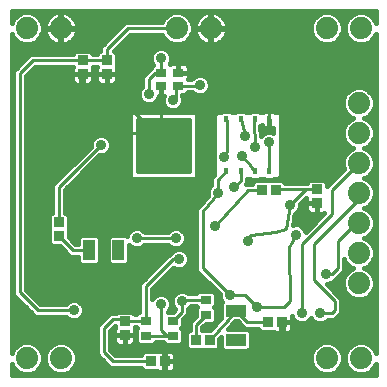
<source format=gbl>
G75*
%MOIN*%
%OFA0B0*%
%FSLAX25Y25*%
%IPPOS*%
%LPD*%
%AMOC8*
5,1,8,0,0,1.08239X$1,22.5*
%
%ADD10R,0.03543X0.03346*%
%ADD11R,0.03346X0.03543*%
%ADD12C,0.07400*%
%ADD13R,0.03543X0.02756*%
%ADD14R,0.06693X0.03937*%
%ADD15R,0.03937X0.06693*%
%ADD16R,0.01575X0.02362*%
%ADD17R,0.03543X0.03150*%
%ADD18C,0.03600*%
%ADD19C,0.01000*%
%ADD20C,0.01600*%
D10*
X0140800Y0096517D03*
X0140800Y0101083D03*
X0118800Y0129517D03*
X0118800Y0134083D03*
X0126800Y0183517D03*
X0126800Y0188083D03*
X0134800Y0188083D03*
X0134800Y0183517D03*
X0204800Y0145083D03*
X0204800Y0140517D03*
D11*
X0191083Y0144800D03*
X0186517Y0144800D03*
X0188517Y0100800D03*
X0193083Y0100800D03*
X0169083Y0094800D03*
X0164517Y0094800D03*
X0154083Y0087800D03*
X0149517Y0087800D03*
D12*
X0119500Y0088800D03*
X0108100Y0088800D03*
X0208100Y0088800D03*
X0219500Y0088800D03*
X0218800Y0113800D03*
X0218800Y0123800D03*
X0218800Y0133800D03*
X0218800Y0143800D03*
X0218800Y0153800D03*
X0218800Y0163800D03*
X0218800Y0173800D03*
X0219500Y0198800D03*
X0208100Y0198800D03*
X0169500Y0198800D03*
X0158100Y0198800D03*
X0119500Y0198800D03*
X0108100Y0198800D03*
D13*
X0167800Y0108359D03*
X0167800Y0103241D03*
X0156800Y0101359D03*
X0156800Y0096241D03*
X0147800Y0096241D03*
X0147800Y0101359D03*
D14*
X0177800Y0104721D03*
X0177800Y0094879D03*
D15*
X0138721Y0124800D03*
X0128879Y0124800D03*
D16*
X0174713Y0151139D03*
X0179438Y0151139D03*
X0184162Y0151139D03*
X0188887Y0151139D03*
X0188887Y0168461D03*
X0184162Y0168461D03*
X0179438Y0168461D03*
X0174713Y0168461D03*
D17*
X0158556Y0179635D03*
X0158556Y0183965D03*
X0153044Y0183965D03*
X0153044Y0179635D03*
D18*
X0148800Y0176800D03*
X0141800Y0181800D03*
X0152800Y0188800D03*
X0158050Y0191550D03*
X0165800Y0179800D03*
X0156800Y0174800D03*
X0150800Y0163800D03*
X0132800Y0159800D03*
X0125800Y0176800D03*
X0109800Y0176800D03*
X0174050Y0156050D03*
X0179800Y0156300D03*
X0184300Y0159300D03*
X0188800Y0160800D03*
X0180800Y0162800D03*
X0185800Y0179800D03*
X0177300Y0145800D03*
X0171800Y0143800D03*
X0170800Y0132800D03*
X0181800Y0127800D03*
X0197800Y0130050D03*
X0198800Y0134800D03*
X0195800Y0139800D03*
X0207800Y0116800D03*
X0205800Y0103800D03*
X0199800Y0103800D03*
X0187550Y0095800D03*
X0184800Y0105800D03*
X0175800Y0109800D03*
X0159800Y0107800D03*
X0152800Y0106800D03*
X0158800Y0121800D03*
X0157800Y0128800D03*
X0144800Y0128800D03*
X0123800Y0104800D03*
D19*
X0111800Y0104800D01*
X0105800Y0110800D01*
X0105800Y0183800D01*
X0110083Y0188083D01*
X0126800Y0188083D01*
X0134800Y0188083D01*
X0134800Y0191800D01*
X0141800Y0198800D01*
X0158100Y0198800D01*
X0158050Y0191550D02*
X0158056Y0187544D01*
X0158556Y0183965D01*
X0158556Y0179635D02*
X0157800Y0178879D01*
X0157800Y0175800D01*
X0156800Y0174800D01*
X0158556Y0179635D02*
X0163635Y0179635D01*
X0165800Y0179800D01*
X0153044Y0179635D02*
X0153044Y0166044D01*
X0150800Y0163800D01*
X0141800Y0172800D01*
X0141800Y0181800D01*
X0148800Y0181800D02*
X0148800Y0176800D01*
X0148800Y0181800D02*
X0150800Y0183800D01*
X0152879Y0183800D01*
X0153044Y0183965D01*
X0152800Y0184209D01*
X0152800Y0188800D01*
X0129800Y0176800D02*
X0125800Y0176800D01*
X0125800Y0182517D01*
X0126800Y0183517D01*
X0122800Y0179800D02*
X0125800Y0176800D01*
X0129800Y0176800D02*
X0142800Y0163800D01*
X0150800Y0163800D01*
X0148800Y0163800D01*
X0132800Y0159800D02*
X0118800Y0145800D01*
X0118800Y0134083D01*
X0118800Y0129517D02*
X0123517Y0124800D01*
X0128879Y0124800D01*
X0144800Y0128800D02*
X0157800Y0128800D01*
X0156800Y0121800D02*
X0147800Y0112800D01*
X0147800Y0101359D01*
X0142076Y0101359D01*
X0140800Y0101083D01*
X0141083Y0101800D01*
X0136800Y0101800D01*
X0133800Y0098800D01*
X0133800Y0090800D01*
X0136800Y0087800D01*
X0149517Y0087800D01*
X0147800Y0096241D02*
X0154800Y0096241D01*
X0152800Y0098241D01*
X0152800Y0106800D01*
X0156800Y0101359D02*
X0159800Y0104359D01*
X0159800Y0107800D01*
X0160359Y0108359D01*
X0167800Y0108359D01*
X0167800Y0103241D02*
X0164517Y0099957D01*
X0164517Y0094800D01*
X0169083Y0094800D02*
X0177800Y0104721D01*
X0181721Y0100800D01*
X0188517Y0100800D01*
X0193083Y0100800D02*
X0193800Y0100083D01*
X0193800Y0097800D01*
X0191800Y0095800D01*
X0187550Y0095800D01*
X0184800Y0105800D02*
X0193800Y0105800D01*
X0195800Y0107800D01*
X0195550Y0125800D01*
X0197800Y0130050D01*
X0194550Y0131800D02*
X0195800Y0139800D01*
X0201083Y0145083D01*
X0191367Y0145083D01*
X0191083Y0144800D01*
X0186517Y0144800D02*
X0181800Y0144800D01*
X0170800Y0132800D01*
X0166800Y0137800D02*
X0171800Y0143800D01*
X0171800Y0148225D01*
X0174713Y0151139D01*
X0179438Y0151139D02*
X0179438Y0147938D01*
X0177300Y0145800D01*
X0182800Y0152501D02*
X0184162Y0151139D01*
X0182800Y0152501D02*
X0182800Y0152800D01*
X0179800Y0156300D01*
X0174800Y0157800D02*
X0174050Y0156050D01*
X0174800Y0157800D02*
X0174800Y0168375D01*
X0174713Y0168461D01*
X0179438Y0168461D02*
X0180688Y0164688D01*
X0180800Y0162800D01*
X0184300Y0159300D02*
X0183800Y0168099D01*
X0184162Y0168461D01*
X0188800Y0168548D02*
X0188887Y0168461D01*
X0188887Y0176713D01*
X0185800Y0179800D01*
X0188800Y0160800D02*
X0188800Y0151225D01*
X0188887Y0151139D01*
X0201083Y0145083D02*
X0204800Y0145083D01*
X0204800Y0140517D02*
X0204800Y0137800D01*
X0201800Y0134800D01*
X0198800Y0134800D01*
X0194550Y0131800D02*
X0190800Y0130800D01*
X0182800Y0129800D01*
X0181800Y0128800D01*
X0181800Y0127800D01*
X0166800Y0118800D02*
X0166800Y0137800D01*
X0158800Y0121800D02*
X0156800Y0121800D01*
X0166800Y0118800D02*
X0175800Y0109800D01*
X0180800Y0109800D01*
X0184800Y0105800D01*
X0199800Y0103800D02*
X0199800Y0126800D01*
X0209800Y0136800D01*
X0209800Y0144800D01*
X0218800Y0153800D01*
X0218800Y0143800D02*
X0218800Y0141800D01*
X0203800Y0126800D01*
X0203800Y0114800D01*
X0210800Y0107800D01*
X0210800Y0104800D01*
X0209800Y0103800D01*
X0205800Y0103800D01*
X0207800Y0116800D02*
X0209800Y0116800D01*
X0211800Y0118800D01*
X0211800Y0127800D01*
X0217800Y0133800D01*
X0218800Y0133800D01*
X0156800Y0096241D02*
X0154800Y0096241D01*
X0147800Y0101359D02*
X0147359Y0101800D01*
X0122800Y0179800D02*
X0111800Y0179800D01*
X0109800Y0176800D01*
D20*
X0103100Y0087022D02*
X0103100Y0083100D01*
X0224500Y0083100D01*
X0224500Y0087022D01*
X0223993Y0085798D01*
X0222502Y0084307D01*
X0220554Y0083500D01*
X0218446Y0083500D01*
X0216498Y0084307D01*
X0215007Y0085798D01*
X0214200Y0087746D01*
X0214200Y0089854D01*
X0215007Y0091802D01*
X0216498Y0093293D01*
X0218446Y0094100D01*
X0220554Y0094100D01*
X0222502Y0093293D01*
X0223993Y0091802D01*
X0224500Y0090578D01*
X0224500Y0197022D01*
X0223993Y0195798D01*
X0222502Y0194307D01*
X0220554Y0193500D01*
X0218446Y0193500D01*
X0216498Y0194307D01*
X0215007Y0195798D01*
X0214200Y0197746D01*
X0214200Y0199854D01*
X0215007Y0201802D01*
X0216498Y0203293D01*
X0218446Y0204100D01*
X0220554Y0204100D01*
X0222502Y0203293D01*
X0223993Y0201802D01*
X0224500Y0200578D01*
X0224500Y0204500D01*
X0103100Y0204500D01*
X0103100Y0200578D01*
X0103607Y0201802D01*
X0105098Y0203293D01*
X0107046Y0204100D01*
X0109154Y0204100D01*
X0111102Y0203293D01*
X0112593Y0201802D01*
X0113400Y0199854D01*
X0113400Y0197746D01*
X0112593Y0195798D01*
X0111102Y0194307D01*
X0109154Y0193500D01*
X0107046Y0193500D01*
X0105098Y0194307D01*
X0103607Y0195798D01*
X0103100Y0197022D01*
X0103100Y0090578D01*
X0103607Y0091802D01*
X0105098Y0093293D01*
X0107046Y0094100D01*
X0109154Y0094100D01*
X0111102Y0093293D01*
X0112593Y0091802D01*
X0113400Y0089854D01*
X0113400Y0087746D01*
X0112593Y0085798D01*
X0111102Y0084307D01*
X0109154Y0083500D01*
X0107046Y0083500D01*
X0105098Y0084307D01*
X0103607Y0085798D01*
X0103100Y0087022D01*
X0103100Y0086596D02*
X0103276Y0086596D01*
X0103100Y0084997D02*
X0104408Y0084997D01*
X0103100Y0083399D02*
X0224500Y0083399D01*
X0224500Y0084997D02*
X0223192Y0084997D01*
X0224324Y0086596D02*
X0224500Y0086596D01*
X0224500Y0091391D02*
X0224163Y0091391D01*
X0224500Y0092990D02*
X0222806Y0092990D01*
X0224500Y0094588D02*
X0182746Y0094588D01*
X0182746Y0092990D02*
X0204794Y0092990D01*
X0205098Y0093293D02*
X0203607Y0091802D01*
X0202800Y0089854D01*
X0202800Y0087746D01*
X0203607Y0085798D01*
X0205098Y0084307D01*
X0207046Y0083500D01*
X0209154Y0083500D01*
X0211102Y0084307D01*
X0212593Y0085798D01*
X0213400Y0087746D01*
X0213400Y0089854D01*
X0212593Y0091802D01*
X0211102Y0093293D01*
X0209154Y0094100D01*
X0207046Y0094100D01*
X0205098Y0093293D01*
X0203437Y0091391D02*
X0181890Y0091391D01*
X0181809Y0091310D02*
X0182746Y0092247D01*
X0182746Y0097510D01*
X0181809Y0098447D01*
X0175083Y0098447D01*
X0177460Y0101153D01*
X0178399Y0101153D01*
X0179621Y0099930D01*
X0180851Y0098700D01*
X0185243Y0098700D01*
X0185243Y0098366D01*
X0186181Y0097428D01*
X0190582Y0097428D01*
X0190715Y0097351D01*
X0191173Y0097228D01*
X0193047Y0097228D01*
X0193047Y0100763D01*
X0193120Y0100763D01*
X0193120Y0097228D01*
X0194994Y0097228D01*
X0195451Y0097351D01*
X0195862Y0097588D01*
X0196197Y0097923D01*
X0196434Y0098334D01*
X0196557Y0098791D01*
X0196557Y0100763D01*
X0193120Y0100763D01*
X0193120Y0100837D01*
X0196557Y0100837D01*
X0196557Y0102745D01*
X0196918Y0101874D01*
X0197874Y0100918D01*
X0199124Y0100400D01*
X0200476Y0100400D01*
X0201726Y0100918D01*
X0202682Y0101874D01*
X0202800Y0102158D01*
X0202918Y0101874D01*
X0203874Y0100918D01*
X0205124Y0100400D01*
X0206476Y0100400D01*
X0207726Y0100918D01*
X0208508Y0101700D01*
X0210670Y0101700D01*
X0211670Y0102700D01*
X0212900Y0103930D01*
X0212900Y0108670D01*
X0208170Y0113400D01*
X0208476Y0113400D01*
X0209726Y0113918D01*
X0210508Y0114700D01*
X0210670Y0114700D01*
X0212670Y0116700D01*
X0213900Y0117930D01*
X0213900Y0121780D01*
X0214307Y0120798D01*
X0215798Y0119307D01*
X0217022Y0118800D01*
X0215798Y0118293D01*
X0214307Y0116802D01*
X0213500Y0114854D01*
X0213500Y0112746D01*
X0214307Y0110798D01*
X0215798Y0109307D01*
X0217746Y0108500D01*
X0219854Y0108500D01*
X0221802Y0109307D01*
X0223293Y0110798D01*
X0224100Y0112746D01*
X0224100Y0114854D01*
X0223293Y0116802D01*
X0221802Y0118293D01*
X0220578Y0118800D01*
X0221802Y0119307D01*
X0223293Y0120798D01*
X0224100Y0122746D01*
X0224100Y0124854D01*
X0223293Y0126802D01*
X0221802Y0128293D01*
X0220578Y0128800D01*
X0221802Y0129307D01*
X0223293Y0130798D01*
X0224100Y0132746D01*
X0224100Y0134854D01*
X0223293Y0136802D01*
X0221802Y0138293D01*
X0220578Y0138800D01*
X0221802Y0139307D01*
X0223293Y0140798D01*
X0224100Y0142746D01*
X0224100Y0144854D01*
X0223293Y0146802D01*
X0221802Y0148293D01*
X0220578Y0148800D01*
X0221802Y0149307D01*
X0223293Y0150798D01*
X0224100Y0152746D01*
X0224100Y0154854D01*
X0223293Y0156802D01*
X0221802Y0158293D01*
X0220578Y0158800D01*
X0221802Y0159307D01*
X0223293Y0160798D01*
X0224100Y0162746D01*
X0224100Y0164854D01*
X0223293Y0166802D01*
X0221802Y0168293D01*
X0220578Y0168800D01*
X0221802Y0169307D01*
X0223293Y0170798D01*
X0224100Y0172746D01*
X0224100Y0174854D01*
X0223293Y0176802D01*
X0221802Y0178293D01*
X0219854Y0179100D01*
X0217746Y0179100D01*
X0215798Y0178293D01*
X0214307Y0176802D01*
X0213500Y0174854D01*
X0213500Y0172746D01*
X0214307Y0170798D01*
X0215798Y0169307D01*
X0217022Y0168800D01*
X0215798Y0168293D01*
X0214307Y0166802D01*
X0213500Y0164854D01*
X0213500Y0162746D01*
X0214307Y0160798D01*
X0215798Y0159307D01*
X0217022Y0158800D01*
X0215798Y0158293D01*
X0214307Y0156802D01*
X0213500Y0154854D01*
X0213500Y0152746D01*
X0213874Y0151844D01*
X0208172Y0146141D01*
X0208172Y0147419D01*
X0207234Y0148357D01*
X0202366Y0148357D01*
X0201428Y0147419D01*
X0201428Y0147183D01*
X0194357Y0147183D01*
X0194357Y0147234D01*
X0193419Y0148172D01*
X0184181Y0148172D01*
X0183243Y0147234D01*
X0183243Y0146900D01*
X0182617Y0146900D01*
X0182578Y0146936D01*
X0181754Y0146900D01*
X0181370Y0146900D01*
X0181538Y0147068D01*
X0181538Y0148638D01*
X0182432Y0148638D01*
X0182712Y0148357D01*
X0185612Y0148357D01*
X0185893Y0148638D01*
X0187156Y0148638D01*
X0187436Y0148357D01*
X0190337Y0148357D01*
X0190617Y0148638D01*
X0192189Y0148638D01*
X0192962Y0149411D01*
X0192962Y0170189D01*
X0192189Y0170962D01*
X0190900Y0170962D01*
X0190779Y0171083D01*
X0190369Y0171320D01*
X0189911Y0171443D01*
X0188887Y0171443D01*
X0188887Y0170962D01*
X0188887Y0170962D01*
X0188887Y0171443D01*
X0187862Y0171443D01*
X0187404Y0171320D01*
X0186994Y0171083D01*
X0186873Y0170962D01*
X0185893Y0170962D01*
X0185612Y0171243D01*
X0182712Y0171243D01*
X0182432Y0170962D01*
X0181168Y0170962D01*
X0180888Y0171243D01*
X0177988Y0171243D01*
X0177707Y0170962D01*
X0176444Y0170962D01*
X0176164Y0171243D01*
X0173263Y0171243D01*
X0172983Y0170962D01*
X0171411Y0170962D01*
X0170638Y0170189D01*
X0170638Y0150033D01*
X0169700Y0149095D01*
X0169700Y0146508D01*
X0168918Y0145726D01*
X0168400Y0144476D01*
X0168400Y0143124D01*
X0168434Y0143041D01*
X0165248Y0139218D01*
X0164700Y0138670D01*
X0164700Y0138560D01*
X0164630Y0138476D01*
X0164700Y0137705D01*
X0164700Y0117930D01*
X0165930Y0116700D01*
X0172400Y0110230D01*
X0172400Y0109124D01*
X0172918Y0107874D01*
X0173146Y0107645D01*
X0172854Y0107352D01*
X0172854Y0102273D01*
X0169250Y0098172D01*
X0166617Y0098172D01*
X0166617Y0099088D01*
X0167792Y0100263D01*
X0170234Y0100263D01*
X0171172Y0101200D01*
X0171172Y0105282D01*
X0170653Y0105800D01*
X0171172Y0106318D01*
X0171172Y0110400D01*
X0170234Y0111337D01*
X0165366Y0111337D01*
X0164488Y0110459D01*
X0161949Y0110459D01*
X0161726Y0110682D01*
X0160476Y0111200D01*
X0159124Y0111200D01*
X0157874Y0110682D01*
X0156918Y0109726D01*
X0156400Y0108476D01*
X0156400Y0107124D01*
X0156918Y0105874D01*
X0157631Y0105160D01*
X0156808Y0104337D01*
X0155145Y0104337D01*
X0155682Y0104874D01*
X0156200Y0106124D01*
X0156200Y0107476D01*
X0155682Y0108726D01*
X0154726Y0109682D01*
X0153476Y0110200D01*
X0152124Y0110200D01*
X0150874Y0109682D01*
X0149918Y0108726D01*
X0149900Y0108683D01*
X0149900Y0111930D01*
X0156884Y0118914D01*
X0158124Y0118400D01*
X0159476Y0118400D01*
X0160726Y0118918D01*
X0161682Y0119874D01*
X0162200Y0121124D01*
X0162200Y0122476D01*
X0161682Y0123726D01*
X0160726Y0124682D01*
X0159476Y0125200D01*
X0158124Y0125200D01*
X0156874Y0124682D01*
X0156092Y0123900D01*
X0155930Y0123900D01*
X0146930Y0114900D01*
X0145700Y0113670D01*
X0145700Y0104337D01*
X0145366Y0104337D01*
X0144488Y0103459D01*
X0144132Y0103459D01*
X0143234Y0104357D01*
X0138366Y0104357D01*
X0137909Y0103900D01*
X0135930Y0103900D01*
X0132930Y0100900D01*
X0131700Y0099670D01*
X0131700Y0089930D01*
X0134700Y0086930D01*
X0135930Y0085700D01*
X0146243Y0085700D01*
X0146243Y0085366D01*
X0147181Y0084428D01*
X0151582Y0084428D01*
X0151715Y0084351D01*
X0152173Y0084228D01*
X0154047Y0084228D01*
X0154047Y0087763D01*
X0154120Y0087763D01*
X0154120Y0084228D01*
X0155994Y0084228D01*
X0156451Y0084351D01*
X0156862Y0084588D01*
X0157197Y0084923D01*
X0157434Y0085334D01*
X0157557Y0085791D01*
X0157557Y0087763D01*
X0154120Y0087763D01*
X0154120Y0087837D01*
X0154047Y0087837D01*
X0154047Y0091372D01*
X0152173Y0091372D01*
X0151715Y0091249D01*
X0151582Y0091172D01*
X0147181Y0091172D01*
X0146243Y0090234D01*
X0146243Y0089900D01*
X0137670Y0089900D01*
X0135900Y0091670D01*
X0135900Y0097930D01*
X0137428Y0099459D01*
X0137428Y0099018D01*
X0137351Y0098885D01*
X0137228Y0098427D01*
X0137228Y0096553D01*
X0140763Y0096553D01*
X0140763Y0096480D01*
X0137228Y0096480D01*
X0137228Y0094606D01*
X0137351Y0094149D01*
X0137588Y0093738D01*
X0137923Y0093403D01*
X0138334Y0093166D01*
X0138791Y0093043D01*
X0140763Y0093043D01*
X0140763Y0096480D01*
X0140837Y0096480D01*
X0140837Y0096553D01*
X0144372Y0096553D01*
X0144372Y0098427D01*
X0144249Y0098885D01*
X0144172Y0099018D01*
X0144172Y0099259D01*
X0144488Y0099259D01*
X0144947Y0098800D01*
X0144428Y0098282D01*
X0144428Y0094200D01*
X0145366Y0093263D01*
X0150234Y0093263D01*
X0151112Y0094141D01*
X0153488Y0094141D01*
X0154366Y0093263D01*
X0159234Y0093263D01*
X0160172Y0094200D01*
X0160172Y0098282D01*
X0159653Y0098800D01*
X0160172Y0099318D01*
X0160172Y0101761D01*
X0161900Y0103489D01*
X0161900Y0105092D01*
X0162682Y0105874D01*
X0162842Y0106259D01*
X0164488Y0106259D01*
X0164947Y0105800D01*
X0164428Y0105282D01*
X0164428Y0102839D01*
X0162417Y0100827D01*
X0162417Y0098172D01*
X0162181Y0098172D01*
X0161243Y0097234D01*
X0161243Y0092366D01*
X0162181Y0091428D01*
X0171419Y0091428D01*
X0172357Y0092366D01*
X0172357Y0095344D01*
X0172854Y0095909D01*
X0172854Y0092247D01*
X0173791Y0091310D01*
X0181809Y0091310D01*
X0182746Y0096187D02*
X0224500Y0096187D01*
X0224500Y0097785D02*
X0196059Y0097785D01*
X0196557Y0099384D02*
X0224500Y0099384D01*
X0224500Y0100982D02*
X0207790Y0100982D01*
X0203810Y0100982D02*
X0201790Y0100982D01*
X0197810Y0100982D02*
X0196557Y0100982D01*
X0196557Y0102581D02*
X0196625Y0102581D01*
X0193120Y0099384D02*
X0193047Y0099384D01*
X0193047Y0097785D02*
X0193120Y0097785D01*
X0185824Y0097785D02*
X0182471Y0097785D01*
X0180168Y0099384D02*
X0175906Y0099384D01*
X0177310Y0100982D02*
X0178569Y0100982D01*
X0172854Y0102581D02*
X0171172Y0102581D01*
X0171172Y0104179D02*
X0172854Y0104179D01*
X0172854Y0105778D02*
X0170676Y0105778D01*
X0171172Y0107376D02*
X0172877Y0107376D01*
X0172462Y0108975D02*
X0171172Y0108975D01*
X0170998Y0110573D02*
X0172057Y0110573D01*
X0170458Y0112172D02*
X0150142Y0112172D01*
X0149900Y0110573D02*
X0157765Y0110573D01*
X0156606Y0108975D02*
X0155434Y0108975D01*
X0156200Y0107376D02*
X0156400Y0107376D01*
X0156057Y0105778D02*
X0157014Y0105778D01*
X0160991Y0102581D02*
X0164170Y0102581D01*
X0164428Y0104179D02*
X0161900Y0104179D01*
X0162586Y0105778D02*
X0164924Y0105778D01*
X0164602Y0110573D02*
X0161835Y0110573D01*
X0167261Y0115369D02*
X0153339Y0115369D01*
X0154937Y0116967D02*
X0165663Y0116967D01*
X0164700Y0118566D02*
X0159876Y0118566D01*
X0157723Y0118566D02*
X0156536Y0118566D01*
X0153793Y0121763D02*
X0142290Y0121763D01*
X0142290Y0120791D02*
X0142290Y0126502D01*
X0142874Y0125918D01*
X0144124Y0125400D01*
X0145476Y0125400D01*
X0146726Y0125918D01*
X0147508Y0126700D01*
X0155092Y0126700D01*
X0155874Y0125918D01*
X0157124Y0125400D01*
X0158476Y0125400D01*
X0159726Y0125918D01*
X0160682Y0126874D01*
X0161200Y0128124D01*
X0161200Y0129476D01*
X0160682Y0130726D01*
X0159726Y0131682D01*
X0158476Y0132200D01*
X0157124Y0132200D01*
X0155874Y0131682D01*
X0155092Y0130900D01*
X0147508Y0130900D01*
X0146726Y0131682D01*
X0145476Y0132200D01*
X0144124Y0132200D01*
X0142874Y0131682D01*
X0141918Y0130726D01*
X0141465Y0129634D01*
X0141352Y0129746D01*
X0136090Y0129746D01*
X0135153Y0128809D01*
X0135153Y0120791D01*
X0136090Y0119854D01*
X0141352Y0119854D01*
X0142290Y0120791D01*
X0141663Y0120164D02*
X0152194Y0120164D01*
X0150596Y0118566D02*
X0107900Y0118566D01*
X0107900Y0120164D02*
X0125937Y0120164D01*
X0126247Y0119854D02*
X0125310Y0120791D01*
X0125310Y0122700D01*
X0122647Y0122700D01*
X0119103Y0126243D01*
X0116366Y0126243D01*
X0115428Y0127181D01*
X0115428Y0136419D01*
X0116366Y0137357D01*
X0116700Y0137357D01*
X0116700Y0146670D01*
X0117930Y0147900D01*
X0129400Y0159370D01*
X0129400Y0160476D01*
X0129918Y0161726D01*
X0130874Y0162682D01*
X0132124Y0163200D01*
X0133476Y0163200D01*
X0134726Y0162682D01*
X0135682Y0161726D01*
X0136200Y0160476D01*
X0136200Y0159124D01*
X0135682Y0157874D01*
X0134726Y0156918D01*
X0133476Y0156400D01*
X0132370Y0156400D01*
X0120900Y0144930D01*
X0120900Y0137357D01*
X0121234Y0137357D01*
X0122172Y0136419D01*
X0122172Y0129115D01*
X0124386Y0126900D01*
X0125310Y0126900D01*
X0125310Y0128809D01*
X0126247Y0129746D01*
X0131510Y0129746D01*
X0132447Y0128809D01*
X0132447Y0120791D01*
X0131510Y0119854D01*
X0126247Y0119854D01*
X0125310Y0121763D02*
X0107900Y0121763D01*
X0107900Y0123361D02*
X0121985Y0123361D01*
X0120387Y0124960D02*
X0107900Y0124960D01*
X0107900Y0126558D02*
X0116051Y0126558D01*
X0115428Y0128157D02*
X0107900Y0128157D01*
X0107900Y0129755D02*
X0115428Y0129755D01*
X0115428Y0131354D02*
X0107900Y0131354D01*
X0107900Y0132952D02*
X0115428Y0132952D01*
X0115428Y0134551D02*
X0107900Y0134551D01*
X0107900Y0136149D02*
X0115428Y0136149D01*
X0116700Y0137748D02*
X0107900Y0137748D01*
X0107900Y0139346D02*
X0116700Y0139346D01*
X0116700Y0140945D02*
X0107900Y0140945D01*
X0107900Y0142543D02*
X0116700Y0142543D01*
X0116700Y0144142D02*
X0107900Y0144142D01*
X0107900Y0145740D02*
X0116700Y0145740D01*
X0117369Y0147339D02*
X0107900Y0147339D01*
X0107900Y0148937D02*
X0118968Y0148937D01*
X0120566Y0150536D02*
X0107900Y0150536D01*
X0107900Y0152134D02*
X0122165Y0152134D01*
X0123763Y0153733D02*
X0107900Y0153733D01*
X0107900Y0155332D02*
X0125362Y0155332D01*
X0126960Y0156930D02*
X0107900Y0156930D01*
X0107900Y0158529D02*
X0128559Y0158529D01*
X0129400Y0160127D02*
X0107900Y0160127D01*
X0107900Y0161726D02*
X0129917Y0161726D01*
X0135683Y0161726D02*
X0142559Y0161726D01*
X0142559Y0163324D02*
X0107900Y0163324D01*
X0107900Y0164923D02*
X0142559Y0164923D01*
X0142559Y0166521D02*
X0107900Y0166521D01*
X0107900Y0168120D02*
X0142559Y0168120D01*
X0142559Y0169718D02*
X0107900Y0169718D01*
X0107900Y0171317D02*
X0187399Y0171317D01*
X0188887Y0171317D02*
X0188887Y0171317D01*
X0190374Y0171317D02*
X0214092Y0171317D01*
X0213500Y0172915D02*
X0159699Y0172915D01*
X0159682Y0172874D02*
X0160200Y0174124D01*
X0160200Y0175476D01*
X0159900Y0176201D01*
X0159900Y0176460D01*
X0160990Y0176460D01*
X0161928Y0177397D01*
X0161928Y0177535D01*
X0162857Y0177535D01*
X0162927Y0177475D01*
X0163290Y0177502D01*
X0163874Y0176918D01*
X0165124Y0176400D01*
X0166476Y0176400D01*
X0167726Y0176918D01*
X0168682Y0177874D01*
X0169200Y0179124D01*
X0169200Y0180476D01*
X0168682Y0181726D01*
X0167726Y0182682D01*
X0166476Y0183200D01*
X0165124Y0183200D01*
X0163874Y0182682D01*
X0162926Y0181735D01*
X0162015Y0181735D01*
X0162128Y0182154D01*
X0162128Y0183965D01*
X0158556Y0183965D01*
X0158556Y0183965D01*
X0162128Y0183965D01*
X0162128Y0185777D01*
X0162005Y0186235D01*
X0161768Y0186645D01*
X0161433Y0186981D01*
X0161022Y0187217D01*
X0160565Y0187340D01*
X0158556Y0187340D01*
X0158556Y0183965D01*
X0158556Y0183965D01*
X0158556Y0187340D01*
X0156547Y0187340D01*
X0156089Y0187217D01*
X0155741Y0187016D01*
X0156200Y0188124D01*
X0156200Y0189476D01*
X0155682Y0190726D01*
X0154726Y0191682D01*
X0153476Y0192200D01*
X0152124Y0192200D01*
X0150874Y0191682D01*
X0149918Y0190726D01*
X0149400Y0189476D01*
X0149400Y0188124D01*
X0149918Y0186874D01*
X0150131Y0186661D01*
X0149672Y0186203D01*
X0149672Y0185642D01*
X0148700Y0184670D01*
X0146700Y0182670D01*
X0146700Y0179508D01*
X0145918Y0178726D01*
X0145400Y0177476D01*
X0145400Y0176124D01*
X0145918Y0174874D01*
X0146874Y0173918D01*
X0148124Y0173400D01*
X0149476Y0173400D01*
X0150726Y0173918D01*
X0151682Y0174874D01*
X0152200Y0176124D01*
X0152200Y0176260D01*
X0153044Y0176260D01*
X0153044Y0179635D01*
X0153044Y0179635D01*
X0153044Y0176260D01*
X0153725Y0176260D01*
X0153400Y0175476D01*
X0153400Y0174124D01*
X0153918Y0172874D01*
X0154874Y0171918D01*
X0156124Y0171400D01*
X0157476Y0171400D01*
X0158726Y0171918D01*
X0159682Y0172874D01*
X0160200Y0174514D02*
X0213500Y0174514D01*
X0214021Y0176112D02*
X0159937Y0176112D01*
X0153663Y0176112D02*
X0152195Y0176112D01*
X0153044Y0177711D02*
X0153044Y0177711D01*
X0153044Y0179309D02*
X0153044Y0179309D01*
X0153400Y0174514D02*
X0151322Y0174514D01*
X0153901Y0172915D02*
X0107900Y0172915D01*
X0107900Y0174514D02*
X0146278Y0174514D01*
X0145405Y0176112D02*
X0107900Y0176112D01*
X0107900Y0177711D02*
X0145497Y0177711D01*
X0146501Y0179309D02*
X0107900Y0179309D01*
X0107900Y0180908D02*
X0123490Y0180908D01*
X0123588Y0180738D02*
X0123923Y0180403D01*
X0124334Y0180166D01*
X0124791Y0180043D01*
X0126763Y0180043D01*
X0126763Y0183480D01*
X0123228Y0183480D01*
X0123228Y0181606D01*
X0123351Y0181149D01*
X0123588Y0180738D01*
X0123228Y0182506D02*
X0107900Y0182506D01*
X0107900Y0182930D02*
X0110953Y0185983D01*
X0123408Y0185983D01*
X0123351Y0185885D01*
X0123228Y0185427D01*
X0123228Y0183553D01*
X0126763Y0183553D01*
X0126763Y0183480D01*
X0126837Y0183480D01*
X0126837Y0183553D01*
X0130372Y0183553D01*
X0130372Y0185427D01*
X0130249Y0185885D01*
X0130192Y0185983D01*
X0131408Y0185983D01*
X0131351Y0185885D01*
X0131228Y0185427D01*
X0131228Y0183553D01*
X0134763Y0183553D01*
X0134763Y0183480D01*
X0131228Y0183480D01*
X0131228Y0181606D01*
X0131351Y0181149D01*
X0131588Y0180738D01*
X0131923Y0180403D01*
X0132334Y0180166D01*
X0132791Y0180043D01*
X0134763Y0180043D01*
X0134763Y0183480D01*
X0134837Y0183480D01*
X0134837Y0183553D01*
X0138372Y0183553D01*
X0138372Y0185427D01*
X0138249Y0185885D01*
X0138172Y0186018D01*
X0138172Y0190419D01*
X0137280Y0191311D01*
X0142670Y0196700D01*
X0153233Y0196700D01*
X0153607Y0195798D01*
X0155098Y0194307D01*
X0157046Y0193500D01*
X0159154Y0193500D01*
X0161102Y0194307D01*
X0162593Y0195798D01*
X0163400Y0197746D01*
X0163400Y0199854D01*
X0162593Y0201802D01*
X0161102Y0203293D01*
X0159154Y0204100D01*
X0157046Y0204100D01*
X0155098Y0203293D01*
X0153607Y0201802D01*
X0153233Y0200900D01*
X0140930Y0200900D01*
X0139700Y0199670D01*
X0132700Y0192670D01*
X0132700Y0191357D01*
X0132366Y0191357D01*
X0131428Y0190419D01*
X0131428Y0190183D01*
X0130172Y0190183D01*
X0130172Y0190419D01*
X0129234Y0191357D01*
X0124366Y0191357D01*
X0123428Y0190419D01*
X0123428Y0190183D01*
X0109214Y0190183D01*
X0104930Y0185900D01*
X0103700Y0184670D01*
X0103700Y0109930D01*
X0110930Y0102700D01*
X0121092Y0102700D01*
X0121874Y0101918D01*
X0123124Y0101400D01*
X0124476Y0101400D01*
X0125726Y0101918D01*
X0126682Y0102874D01*
X0127200Y0104124D01*
X0127200Y0105476D01*
X0126682Y0106726D01*
X0125726Y0107682D01*
X0124476Y0108200D01*
X0123124Y0108200D01*
X0121874Y0107682D01*
X0121092Y0106900D01*
X0112670Y0106900D01*
X0107900Y0111670D01*
X0107900Y0182930D01*
X0109075Y0184105D02*
X0123228Y0184105D01*
X0123302Y0185703D02*
X0110673Y0185703D01*
X0107930Y0188900D02*
X0103100Y0188900D01*
X0103100Y0187302D02*
X0106332Y0187302D01*
X0104733Y0185703D02*
X0103100Y0185703D01*
X0103100Y0184105D02*
X0103700Y0184105D01*
X0103700Y0182506D02*
X0103100Y0182506D01*
X0103100Y0180908D02*
X0103700Y0180908D01*
X0103700Y0179309D02*
X0103100Y0179309D01*
X0103100Y0177711D02*
X0103700Y0177711D01*
X0103700Y0176112D02*
X0103100Y0176112D01*
X0103100Y0174514D02*
X0103700Y0174514D01*
X0103700Y0172915D02*
X0103100Y0172915D01*
X0103100Y0171317D02*
X0103700Y0171317D01*
X0103700Y0169718D02*
X0103100Y0169718D01*
X0103100Y0168120D02*
X0103700Y0168120D01*
X0103700Y0166521D02*
X0103100Y0166521D01*
X0103100Y0164923D02*
X0103700Y0164923D01*
X0103700Y0163324D02*
X0103100Y0163324D01*
X0103100Y0161726D02*
X0103700Y0161726D01*
X0103700Y0160127D02*
X0103100Y0160127D01*
X0103100Y0158529D02*
X0103700Y0158529D01*
X0103700Y0156930D02*
X0103100Y0156930D01*
X0103100Y0155332D02*
X0103700Y0155332D01*
X0103700Y0153733D02*
X0103100Y0153733D01*
X0103100Y0152134D02*
X0103700Y0152134D01*
X0103700Y0150536D02*
X0103100Y0150536D01*
X0103100Y0148937D02*
X0103700Y0148937D01*
X0103700Y0147339D02*
X0103100Y0147339D01*
X0103100Y0145740D02*
X0103700Y0145740D01*
X0103700Y0144142D02*
X0103100Y0144142D01*
X0103100Y0142543D02*
X0103700Y0142543D01*
X0103700Y0140945D02*
X0103100Y0140945D01*
X0103100Y0139346D02*
X0103700Y0139346D01*
X0103700Y0137748D02*
X0103100Y0137748D01*
X0103100Y0136149D02*
X0103700Y0136149D01*
X0103700Y0134551D02*
X0103100Y0134551D01*
X0103100Y0132952D02*
X0103700Y0132952D01*
X0103700Y0131354D02*
X0103100Y0131354D01*
X0103100Y0129755D02*
X0103700Y0129755D01*
X0103700Y0128157D02*
X0103100Y0128157D01*
X0103100Y0126558D02*
X0103700Y0126558D01*
X0103700Y0124960D02*
X0103100Y0124960D01*
X0103100Y0123361D02*
X0103700Y0123361D01*
X0103700Y0121763D02*
X0103100Y0121763D01*
X0103100Y0120164D02*
X0103700Y0120164D01*
X0103700Y0118566D02*
X0103100Y0118566D01*
X0103100Y0116967D02*
X0103700Y0116967D01*
X0103700Y0115369D02*
X0103100Y0115369D01*
X0103100Y0113770D02*
X0103700Y0113770D01*
X0103700Y0112172D02*
X0103100Y0112172D01*
X0103100Y0110573D02*
X0103700Y0110573D01*
X0103100Y0108975D02*
X0104655Y0108975D01*
X0103100Y0107376D02*
X0106254Y0107376D01*
X0107852Y0105778D02*
X0103100Y0105778D01*
X0103100Y0104179D02*
X0109451Y0104179D01*
X0112194Y0107376D02*
X0121568Y0107376D01*
X0126032Y0107376D02*
X0145700Y0107376D01*
X0145700Y0105778D02*
X0127075Y0105778D01*
X0127200Y0104179D02*
X0138188Y0104179D01*
X0134611Y0102581D02*
X0126389Y0102581D01*
X0121211Y0102581D02*
X0103100Y0102581D01*
X0103100Y0100982D02*
X0133012Y0100982D01*
X0131700Y0099384D02*
X0103100Y0099384D01*
X0103100Y0097785D02*
X0131700Y0097785D01*
X0131700Y0096187D02*
X0103100Y0096187D01*
X0103100Y0094588D02*
X0131700Y0094588D01*
X0131700Y0092990D02*
X0122806Y0092990D01*
X0122502Y0093293D02*
X0120554Y0094100D01*
X0118446Y0094100D01*
X0116498Y0093293D01*
X0115007Y0091802D01*
X0114200Y0089854D01*
X0114200Y0087746D01*
X0115007Y0085798D01*
X0116498Y0084307D01*
X0118446Y0083500D01*
X0120554Y0083500D01*
X0122502Y0084307D01*
X0123993Y0085798D01*
X0124800Y0087746D01*
X0124800Y0089854D01*
X0123993Y0091802D01*
X0122502Y0093293D01*
X0124163Y0091391D02*
X0131700Y0091391D01*
X0131838Y0089793D02*
X0124800Y0089793D01*
X0124800Y0088194D02*
X0133436Y0088194D01*
X0135035Y0086596D02*
X0124324Y0086596D01*
X0123192Y0084997D02*
X0146612Y0084997D01*
X0154047Y0084997D02*
X0154120Y0084997D01*
X0154120Y0086596D02*
X0154047Y0086596D01*
X0154120Y0087837D02*
X0157557Y0087837D01*
X0157557Y0089809D01*
X0157434Y0090266D01*
X0157197Y0090677D01*
X0156862Y0091012D01*
X0156451Y0091249D01*
X0155994Y0091372D01*
X0154120Y0091372D01*
X0154120Y0087837D01*
X0154120Y0088194D02*
X0154047Y0088194D01*
X0154047Y0089793D02*
X0154120Y0089793D01*
X0157557Y0089793D02*
X0202800Y0089793D01*
X0202800Y0088194D02*
X0157557Y0088194D01*
X0157557Y0086596D02*
X0203276Y0086596D01*
X0204408Y0084997D02*
X0157240Y0084997D01*
X0161243Y0092990D02*
X0135900Y0092990D01*
X0135900Y0094588D02*
X0137233Y0094588D01*
X0137228Y0096187D02*
X0135900Y0096187D01*
X0135900Y0097785D02*
X0137228Y0097785D01*
X0137353Y0099384D02*
X0137428Y0099384D01*
X0140837Y0096480D02*
X0140837Y0093043D01*
X0142809Y0093043D01*
X0143266Y0093166D01*
X0143677Y0093403D01*
X0144012Y0093738D01*
X0144249Y0094149D01*
X0144372Y0094606D01*
X0144372Y0096480D01*
X0140837Y0096480D01*
X0140837Y0096187D02*
X0140763Y0096187D01*
X0140763Y0094588D02*
X0140837Y0094588D01*
X0144367Y0094588D02*
X0144428Y0094588D01*
X0144372Y0096187D02*
X0144428Y0096187D01*
X0144372Y0097785D02*
X0144428Y0097785D01*
X0145208Y0104179D02*
X0143412Y0104179D01*
X0145700Y0108975D02*
X0110595Y0108975D01*
X0108997Y0110573D02*
X0145700Y0110573D01*
X0145700Y0112172D02*
X0107900Y0112172D01*
X0107900Y0113770D02*
X0145800Y0113770D01*
X0147399Y0115369D02*
X0107900Y0115369D01*
X0107900Y0116967D02*
X0148997Y0116967D01*
X0151740Y0113770D02*
X0168860Y0113770D01*
X0164700Y0120164D02*
X0161803Y0120164D01*
X0162200Y0121763D02*
X0164700Y0121763D01*
X0164700Y0123361D02*
X0161833Y0123361D01*
X0160056Y0124960D02*
X0164700Y0124960D01*
X0164700Y0126558D02*
X0160367Y0126558D01*
X0161200Y0128157D02*
X0164700Y0128157D01*
X0164700Y0129755D02*
X0161084Y0129755D01*
X0160054Y0131354D02*
X0164700Y0131354D01*
X0164700Y0132952D02*
X0122172Y0132952D01*
X0122172Y0131354D02*
X0142546Y0131354D01*
X0141516Y0129755D02*
X0122172Y0129755D01*
X0123130Y0128157D02*
X0125310Y0128157D01*
X0122172Y0134551D02*
X0164700Y0134551D01*
X0164700Y0136149D02*
X0122172Y0136149D01*
X0120900Y0137748D02*
X0164696Y0137748D01*
X0165355Y0139346D02*
X0120900Y0139346D01*
X0120900Y0140945D02*
X0166687Y0140945D01*
X0168019Y0142543D02*
X0120900Y0142543D01*
X0120900Y0144142D02*
X0168400Y0144142D01*
X0168932Y0145740D02*
X0121710Y0145740D01*
X0123309Y0147339D02*
X0169700Y0147339D01*
X0169700Y0148937D02*
X0164600Y0148937D01*
X0164222Y0148559D02*
X0144537Y0148559D01*
X0143378Y0148559D01*
X0142559Y0149378D01*
X0142559Y0170222D01*
X0143378Y0171041D01*
X0164222Y0171041D01*
X0165041Y0170222D01*
X0165041Y0149378D01*
X0164222Y0148559D01*
X0165041Y0150536D02*
X0170638Y0150536D01*
X0170638Y0152134D02*
X0165041Y0152134D01*
X0165041Y0153733D02*
X0170638Y0153733D01*
X0170638Y0155332D02*
X0165041Y0155332D01*
X0165041Y0156930D02*
X0170638Y0156930D01*
X0170638Y0158529D02*
X0165041Y0158529D01*
X0165041Y0160127D02*
X0170638Y0160127D01*
X0170638Y0161726D02*
X0165041Y0161726D01*
X0165041Y0163324D02*
X0170638Y0163324D01*
X0170638Y0164923D02*
X0165041Y0164923D01*
X0165041Y0166521D02*
X0170638Y0166521D01*
X0170638Y0168120D02*
X0165041Y0168120D01*
X0165041Y0169718D02*
X0170638Y0169718D01*
X0168519Y0177711D02*
X0215215Y0177711D01*
X0222385Y0177711D02*
X0224500Y0177711D01*
X0224500Y0179309D02*
X0169200Y0179309D01*
X0169021Y0180908D02*
X0224500Y0180908D01*
X0224500Y0182506D02*
X0167902Y0182506D01*
X0163698Y0182506D02*
X0162128Y0182506D01*
X0162128Y0184105D02*
X0224500Y0184105D01*
X0224500Y0185703D02*
X0162128Y0185703D01*
X0160708Y0187302D02*
X0224500Y0187302D01*
X0224500Y0188900D02*
X0156200Y0188900D01*
X0156404Y0187302D02*
X0155860Y0187302D01*
X0158556Y0187302D02*
X0158556Y0187302D01*
X0158556Y0185703D02*
X0158556Y0185703D01*
X0158556Y0184105D02*
X0158556Y0184105D01*
X0149672Y0185703D02*
X0138298Y0185703D01*
X0138372Y0184105D02*
X0148135Y0184105D01*
X0146700Y0182506D02*
X0138372Y0182506D01*
X0138372Y0181606D02*
X0138372Y0183480D01*
X0134837Y0183480D01*
X0134837Y0180043D01*
X0136809Y0180043D01*
X0137266Y0180166D01*
X0137677Y0180403D01*
X0138012Y0180738D01*
X0138249Y0181149D01*
X0138372Y0181606D01*
X0138110Y0180908D02*
X0146700Y0180908D01*
X0149740Y0187302D02*
X0138172Y0187302D01*
X0138172Y0188900D02*
X0149400Y0188900D01*
X0149824Y0190499D02*
X0138092Y0190499D01*
X0138067Y0192097D02*
X0151876Y0192097D01*
X0153724Y0192097D02*
X0224500Y0192097D01*
X0224500Y0190499D02*
X0155776Y0190499D01*
X0156573Y0193696D02*
X0139666Y0193696D01*
X0141264Y0195294D02*
X0154110Y0195294D01*
X0159627Y0193696D02*
X0167411Y0193696D01*
X0167389Y0193703D02*
X0168212Y0193435D01*
X0169067Y0193300D01*
X0169300Y0193300D01*
X0169300Y0198600D01*
X0164000Y0198600D01*
X0164000Y0198367D01*
X0164135Y0197512D01*
X0164403Y0196689D01*
X0164796Y0195917D01*
X0165305Y0195217D01*
X0165917Y0194605D01*
X0166617Y0194096D01*
X0167389Y0193703D01*
X0169300Y0193696D02*
X0169700Y0193696D01*
X0169700Y0193300D02*
X0169933Y0193300D01*
X0170788Y0193435D01*
X0171611Y0193703D01*
X0172383Y0194096D01*
X0173083Y0194605D01*
X0173695Y0195217D01*
X0174204Y0195917D01*
X0174597Y0196689D01*
X0174865Y0197512D01*
X0175000Y0198367D01*
X0175000Y0198600D01*
X0169700Y0198600D01*
X0169700Y0199000D01*
X0169300Y0199000D01*
X0169300Y0204300D01*
X0169067Y0204300D01*
X0168212Y0204165D01*
X0167389Y0203897D01*
X0166617Y0203504D01*
X0165917Y0202995D01*
X0165305Y0202383D01*
X0164796Y0201683D01*
X0164403Y0200911D01*
X0164135Y0200088D01*
X0164000Y0199233D01*
X0164000Y0199000D01*
X0169300Y0199000D01*
X0169300Y0198600D01*
X0169700Y0198600D01*
X0169700Y0193300D01*
X0171589Y0193696D02*
X0206573Y0193696D01*
X0207046Y0193500D02*
X0209154Y0193500D01*
X0211102Y0194307D01*
X0212593Y0195798D01*
X0213400Y0197746D01*
X0213400Y0199854D01*
X0212593Y0201802D01*
X0211102Y0203293D01*
X0209154Y0204100D01*
X0207046Y0204100D01*
X0205098Y0203293D01*
X0203607Y0201802D01*
X0202800Y0199854D01*
X0202800Y0197746D01*
X0203607Y0195798D01*
X0205098Y0194307D01*
X0207046Y0193500D01*
X0209627Y0193696D02*
X0217973Y0193696D01*
X0215510Y0195294D02*
X0212090Y0195294D01*
X0213047Y0196893D02*
X0214553Y0196893D01*
X0214200Y0198491D02*
X0213400Y0198491D01*
X0213302Y0200090D02*
X0214298Y0200090D01*
X0214960Y0201688D02*
X0212640Y0201688D01*
X0211108Y0203287D02*
X0216492Y0203287D01*
X0222508Y0203287D02*
X0224500Y0203287D01*
X0224500Y0201688D02*
X0224040Y0201688D01*
X0224447Y0196893D02*
X0224500Y0196893D01*
X0224500Y0195294D02*
X0223490Y0195294D01*
X0224500Y0193696D02*
X0221027Y0193696D01*
X0204110Y0195294D02*
X0173751Y0195294D01*
X0174663Y0196893D02*
X0203153Y0196893D01*
X0202800Y0198491D02*
X0175000Y0198491D01*
X0175000Y0199000D02*
X0175000Y0199233D01*
X0174865Y0200088D01*
X0174597Y0200911D01*
X0174204Y0201683D01*
X0173695Y0202383D01*
X0173083Y0202995D01*
X0172383Y0203504D01*
X0171611Y0203897D01*
X0170788Y0204165D01*
X0169933Y0204300D01*
X0169700Y0204300D01*
X0169700Y0199000D01*
X0175000Y0199000D01*
X0174864Y0200090D02*
X0202898Y0200090D01*
X0203560Y0201688D02*
X0174200Y0201688D01*
X0172682Y0203287D02*
X0205092Y0203287D01*
X0223579Y0176112D02*
X0224500Y0176112D01*
X0224500Y0174514D02*
X0224100Y0174514D01*
X0224100Y0172915D02*
X0224500Y0172915D01*
X0224500Y0171317D02*
X0223508Y0171317D01*
X0224500Y0169718D02*
X0222213Y0169718D01*
X0221976Y0168120D02*
X0224500Y0168120D01*
X0224500Y0166521D02*
X0223410Y0166521D01*
X0224072Y0164923D02*
X0224500Y0164923D01*
X0224500Y0163324D02*
X0224100Y0163324D01*
X0224500Y0161726D02*
X0223677Y0161726D01*
X0224500Y0160127D02*
X0222622Y0160127D01*
X0221234Y0158529D02*
X0224500Y0158529D01*
X0224500Y0156930D02*
X0223165Y0156930D01*
X0223902Y0155332D02*
X0224500Y0155332D01*
X0224500Y0153733D02*
X0224100Y0153733D01*
X0223847Y0152134D02*
X0224500Y0152134D01*
X0224500Y0150536D02*
X0223031Y0150536D01*
X0224500Y0148937D02*
X0220910Y0148937D01*
X0222756Y0147339D02*
X0224500Y0147339D01*
X0224500Y0145740D02*
X0223733Y0145740D01*
X0224100Y0144142D02*
X0224500Y0144142D01*
X0224500Y0142543D02*
X0224016Y0142543D01*
X0224500Y0140945D02*
X0223354Y0140945D01*
X0224500Y0139346D02*
X0221842Y0139346D01*
X0222347Y0137748D02*
X0224500Y0137748D01*
X0224500Y0136149D02*
X0223564Y0136149D01*
X0224100Y0134551D02*
X0224500Y0134551D01*
X0224500Y0132952D02*
X0224100Y0132952D01*
X0224500Y0131354D02*
X0223523Y0131354D01*
X0224500Y0129755D02*
X0222251Y0129755D01*
X0221938Y0128157D02*
X0224500Y0128157D01*
X0224500Y0126558D02*
X0223394Y0126558D01*
X0224056Y0124960D02*
X0224500Y0124960D01*
X0224500Y0123361D02*
X0224100Y0123361D01*
X0224500Y0121763D02*
X0223693Y0121763D01*
X0224500Y0120164D02*
X0222660Y0120164D01*
X0221144Y0118566D02*
X0224500Y0118566D01*
X0224500Y0116967D02*
X0223128Y0116967D01*
X0223887Y0115369D02*
X0224500Y0115369D01*
X0224500Y0113770D02*
X0224100Y0113770D01*
X0223862Y0112172D02*
X0224500Y0112172D01*
X0224500Y0110573D02*
X0223069Y0110573D01*
X0224500Y0108975D02*
X0221000Y0108975D01*
X0224500Y0107376D02*
X0212900Y0107376D01*
X0212900Y0105778D02*
X0224500Y0105778D01*
X0224500Y0104179D02*
X0212900Y0104179D01*
X0211550Y0102581D02*
X0224500Y0102581D01*
X0216600Y0108975D02*
X0212595Y0108975D01*
X0210997Y0110573D02*
X0214531Y0110573D01*
X0213738Y0112172D02*
X0209398Y0112172D01*
X0209370Y0113770D02*
X0213500Y0113770D01*
X0213713Y0115369D02*
X0211339Y0115369D01*
X0212937Y0116967D02*
X0214472Y0116967D01*
X0213900Y0118566D02*
X0216456Y0118566D01*
X0214940Y0120164D02*
X0213900Y0120164D01*
X0213900Y0121763D02*
X0213907Y0121763D01*
X0201384Y0131354D02*
X0200940Y0131354D01*
X0201070Y0131040D02*
X0200682Y0131976D01*
X0199726Y0132932D01*
X0198476Y0133450D01*
X0197124Y0133450D01*
X0196920Y0133366D01*
X0197458Y0136807D01*
X0197726Y0136918D01*
X0198682Y0137874D01*
X0199200Y0139124D01*
X0199200Y0140230D01*
X0201228Y0142259D01*
X0201228Y0140553D01*
X0204763Y0140553D01*
X0204763Y0140480D01*
X0201228Y0140480D01*
X0201228Y0138606D01*
X0201351Y0138149D01*
X0201588Y0137738D01*
X0201923Y0137403D01*
X0202334Y0137166D01*
X0202791Y0137043D01*
X0204763Y0137043D01*
X0204763Y0140480D01*
X0204837Y0140480D01*
X0204837Y0137043D01*
X0206809Y0137043D01*
X0207170Y0137140D01*
X0201070Y0131040D01*
X0199678Y0132952D02*
X0202983Y0132952D01*
X0204581Y0134551D02*
X0197105Y0134551D01*
X0197355Y0136149D02*
X0206180Y0136149D01*
X0204837Y0137748D02*
X0204763Y0137748D01*
X0204763Y0139346D02*
X0204837Y0139346D01*
X0201228Y0139346D02*
X0199200Y0139346D01*
X0198556Y0137748D02*
X0201582Y0137748D01*
X0201228Y0140945D02*
X0199915Y0140945D01*
X0201428Y0147339D02*
X0194252Y0147339D01*
X0192489Y0148937D02*
X0210968Y0148937D01*
X0209369Y0147339D02*
X0208172Y0147339D01*
X0212566Y0150536D02*
X0192962Y0150536D01*
X0192962Y0152134D02*
X0213753Y0152134D01*
X0213500Y0153733D02*
X0192962Y0153733D01*
X0192962Y0155332D02*
X0213698Y0155332D01*
X0214435Y0156930D02*
X0192962Y0156930D01*
X0192962Y0158529D02*
X0216366Y0158529D01*
X0214978Y0160127D02*
X0192962Y0160127D01*
X0192962Y0161726D02*
X0213923Y0161726D01*
X0213500Y0163324D02*
X0192962Y0163324D01*
X0192962Y0164923D02*
X0213528Y0164923D01*
X0214190Y0166521D02*
X0192962Y0166521D01*
X0192962Y0168120D02*
X0215624Y0168120D01*
X0215387Y0169718D02*
X0192962Y0169718D01*
X0188887Y0168323D02*
X0188887Y0165480D01*
X0189911Y0165480D01*
X0190323Y0165591D01*
X0190323Y0163849D01*
X0189476Y0164200D01*
X0188124Y0164200D01*
X0186874Y0163682D01*
X0186193Y0163001D01*
X0186018Y0166086D01*
X0186457Y0166525D01*
X0186659Y0166175D01*
X0186994Y0165840D01*
X0187404Y0165603D01*
X0187862Y0165480D01*
X0188887Y0165480D01*
X0188887Y0168323D01*
X0188887Y0168323D01*
X0188887Y0168120D02*
X0188887Y0168120D01*
X0188887Y0166521D02*
X0188887Y0166521D01*
X0190323Y0164923D02*
X0186084Y0164923D01*
X0186175Y0163324D02*
X0186516Y0163324D01*
X0186453Y0166521D02*
X0186459Y0166521D01*
X0183348Y0147339D02*
X0181538Y0147339D01*
X0162244Y0151356D02*
X0145356Y0151356D01*
X0145356Y0168244D01*
X0162244Y0168244D01*
X0162244Y0151356D01*
X0162244Y0152134D02*
X0145356Y0152134D01*
X0145356Y0153733D02*
X0162244Y0153733D01*
X0162244Y0155332D02*
X0145356Y0155332D01*
X0145356Y0156930D02*
X0162244Y0156930D01*
X0162244Y0158529D02*
X0145356Y0158529D01*
X0145356Y0160127D02*
X0162244Y0160127D01*
X0162244Y0161726D02*
X0145356Y0161726D01*
X0145356Y0163324D02*
X0162244Y0163324D01*
X0162244Y0164923D02*
X0145356Y0164923D01*
X0145356Y0166521D02*
X0162244Y0166521D01*
X0162244Y0168120D02*
X0145356Y0168120D01*
X0142559Y0160127D02*
X0136200Y0160127D01*
X0135953Y0158529D02*
X0142559Y0158529D01*
X0142559Y0156930D02*
X0134738Y0156930D01*
X0131301Y0155332D02*
X0142559Y0155332D01*
X0142559Y0153733D02*
X0129703Y0153733D01*
X0128104Y0152134D02*
X0142559Y0152134D01*
X0142559Y0150536D02*
X0126506Y0150536D01*
X0124907Y0148937D02*
X0143000Y0148937D01*
X0147054Y0131354D02*
X0155546Y0131354D01*
X0155233Y0126558D02*
X0147367Y0126558D01*
X0142290Y0124960D02*
X0157544Y0124960D01*
X0155391Y0123361D02*
X0142290Y0123361D01*
X0135153Y0123361D02*
X0132447Y0123361D01*
X0132447Y0121763D02*
X0135153Y0121763D01*
X0135779Y0120164D02*
X0131821Y0120164D01*
X0132447Y0124960D02*
X0135153Y0124960D01*
X0135153Y0126558D02*
X0132447Y0126558D01*
X0132447Y0128157D02*
X0135153Y0128157D01*
X0149900Y0108975D02*
X0150166Y0108975D01*
X0160172Y0100982D02*
X0162571Y0100982D01*
X0162417Y0099384D02*
X0160172Y0099384D01*
X0160172Y0097785D02*
X0161794Y0097785D01*
X0161243Y0096187D02*
X0160172Y0096187D01*
X0160172Y0094588D02*
X0161243Y0094588D01*
X0166913Y0099384D02*
X0170315Y0099384D01*
X0170954Y0100982D02*
X0171720Y0100982D01*
X0172357Y0094588D02*
X0172854Y0094588D01*
X0172854Y0092990D02*
X0172357Y0092990D01*
X0173710Y0091391D02*
X0136179Y0091391D01*
X0116194Y0092990D02*
X0111406Y0092990D01*
X0112763Y0091391D02*
X0114837Y0091391D01*
X0114200Y0089793D02*
X0113400Y0089793D01*
X0113400Y0088194D02*
X0114200Y0088194D01*
X0114676Y0086596D02*
X0112924Y0086596D01*
X0111792Y0084997D02*
X0115808Y0084997D01*
X0104794Y0092990D02*
X0103100Y0092990D01*
X0103100Y0091391D02*
X0103437Y0091391D01*
X0211406Y0092990D02*
X0216194Y0092990D01*
X0214837Y0091391D02*
X0212763Y0091391D01*
X0213400Y0089793D02*
X0214200Y0089793D01*
X0214200Y0088194D02*
X0213400Y0088194D01*
X0212924Y0086596D02*
X0214676Y0086596D01*
X0215808Y0084997D02*
X0211792Y0084997D01*
X0134837Y0180908D02*
X0134763Y0180908D01*
X0134763Y0182506D02*
X0134837Y0182506D01*
X0131228Y0182506D02*
X0130372Y0182506D01*
X0130372Y0181606D02*
X0130372Y0183480D01*
X0126837Y0183480D01*
X0126837Y0180043D01*
X0128809Y0180043D01*
X0129266Y0180166D01*
X0129677Y0180403D01*
X0130012Y0180738D01*
X0130249Y0181149D01*
X0130372Y0181606D01*
X0130110Y0180908D02*
X0131490Y0180908D01*
X0131228Y0184105D02*
X0130372Y0184105D01*
X0130298Y0185703D02*
X0131302Y0185703D01*
X0131508Y0190499D02*
X0130092Y0190499D01*
X0132700Y0192097D02*
X0103100Y0192097D01*
X0103100Y0190499D02*
X0123508Y0190499D01*
X0121611Y0193703D02*
X0122383Y0194096D01*
X0123083Y0194605D01*
X0123695Y0195217D01*
X0124204Y0195917D01*
X0124597Y0196689D01*
X0124865Y0197512D01*
X0125000Y0198367D01*
X0125000Y0198600D01*
X0119700Y0198600D01*
X0119700Y0199000D01*
X0119300Y0199000D01*
X0119300Y0204300D01*
X0119067Y0204300D01*
X0118212Y0204165D01*
X0117389Y0203897D01*
X0116617Y0203504D01*
X0115917Y0202995D01*
X0115305Y0202383D01*
X0114796Y0201683D01*
X0114403Y0200911D01*
X0114135Y0200088D01*
X0114000Y0199233D01*
X0114000Y0199000D01*
X0119300Y0199000D01*
X0119300Y0198600D01*
X0114000Y0198600D01*
X0114000Y0198367D01*
X0114135Y0197512D01*
X0114403Y0196689D01*
X0114796Y0195917D01*
X0115305Y0195217D01*
X0115917Y0194605D01*
X0116617Y0194096D01*
X0117389Y0193703D01*
X0118212Y0193435D01*
X0119067Y0193300D01*
X0119300Y0193300D01*
X0119300Y0198600D01*
X0119700Y0198600D01*
X0119700Y0193300D01*
X0119933Y0193300D01*
X0120788Y0193435D01*
X0121611Y0193703D01*
X0121589Y0193696D02*
X0133726Y0193696D01*
X0135324Y0195294D02*
X0123751Y0195294D01*
X0124663Y0196893D02*
X0136923Y0196893D01*
X0138521Y0198491D02*
X0125000Y0198491D01*
X0125000Y0199000D02*
X0119700Y0199000D01*
X0119700Y0204300D01*
X0119933Y0204300D01*
X0120788Y0204165D01*
X0121611Y0203897D01*
X0122383Y0203504D01*
X0123083Y0202995D01*
X0123695Y0202383D01*
X0124204Y0201683D01*
X0124597Y0200911D01*
X0124865Y0200088D01*
X0125000Y0199233D01*
X0125000Y0199000D01*
X0124864Y0200090D02*
X0140120Y0200090D01*
X0153560Y0201688D02*
X0124200Y0201688D01*
X0122682Y0203287D02*
X0155092Y0203287D01*
X0161108Y0203287D02*
X0166318Y0203287D01*
X0164800Y0201688D02*
X0162640Y0201688D01*
X0163302Y0200090D02*
X0164136Y0200090D01*
X0164000Y0198491D02*
X0163400Y0198491D01*
X0163047Y0196893D02*
X0164337Y0196893D01*
X0165249Y0195294D02*
X0162090Y0195294D01*
X0169300Y0195294D02*
X0169700Y0195294D01*
X0169700Y0196893D02*
X0169300Y0196893D01*
X0169300Y0198491D02*
X0169700Y0198491D01*
X0169700Y0200090D02*
X0169300Y0200090D01*
X0169300Y0201688D02*
X0169700Y0201688D01*
X0169700Y0203287D02*
X0169300Y0203287D01*
X0126837Y0182506D02*
X0126763Y0182506D01*
X0126763Y0180908D02*
X0126837Y0180908D01*
X0119700Y0193696D02*
X0119300Y0193696D01*
X0119300Y0195294D02*
X0119700Y0195294D01*
X0119700Y0196893D02*
X0119300Y0196893D01*
X0119300Y0198491D02*
X0119700Y0198491D01*
X0119700Y0200090D02*
X0119300Y0200090D01*
X0119300Y0201688D02*
X0119700Y0201688D01*
X0119700Y0203287D02*
X0119300Y0203287D01*
X0116318Y0203287D02*
X0111108Y0203287D01*
X0112640Y0201688D02*
X0114800Y0201688D01*
X0114136Y0200090D02*
X0113302Y0200090D01*
X0113400Y0198491D02*
X0114000Y0198491D01*
X0114337Y0196893D02*
X0113047Y0196893D01*
X0112090Y0195294D02*
X0115249Y0195294D01*
X0117411Y0193696D02*
X0109627Y0193696D01*
X0106573Y0193696D02*
X0103100Y0193696D01*
X0103100Y0195294D02*
X0104110Y0195294D01*
X0103153Y0196893D02*
X0103100Y0196893D01*
X0103100Y0201688D02*
X0103560Y0201688D01*
X0103100Y0203287D02*
X0105092Y0203287D01*
M02*

</source>
